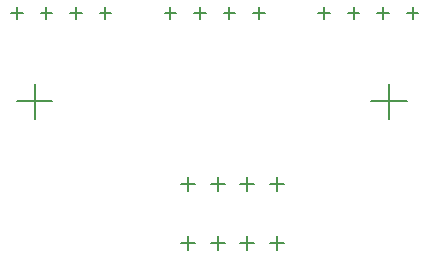
<source format=gbr>
%TF.GenerationSoftware,Altium Limited,Altium Designer,23.3.1 (30)*%
G04 Layer_Color=128*
%FSLAX45Y45*%
%MOMM*%
%TF.SameCoordinates,B976926E-EB95-44A8-8F59-24342913D157*%
%TF.FilePolarity,Positive*%
%TF.FileFunction,Drillmap*%
%TF.Part,Single*%
G01*
G75*
%TA.AperFunction,NonConductor*%
%ADD24C,0.12700*%
D24*
X200000Y1500000D02*
X500000D01*
X350000Y1350000D02*
Y1650000D01*
X3200000Y1500000D02*
X3500000D01*
X3350000Y1350000D02*
Y1650000D01*
X3499999Y2250002D02*
X3599999D01*
X3549999Y2200002D02*
Y2300002D01*
X3250002Y2250002D02*
X3350002D01*
X3300002Y2200002D02*
Y2300002D01*
X3000000Y2250002D02*
X3100000D01*
X3050000Y2200002D02*
Y2300002D01*
X2749998Y2250002D02*
X2849998D01*
X2799998Y2200002D02*
Y2300002D01*
X2200002Y2250002D02*
X2300002D01*
X2250002Y2200002D02*
Y2300002D01*
X1950000Y2250002D02*
X2050000D01*
X2000000Y2200002D02*
Y2300002D01*
X1699998Y2250002D02*
X1799998D01*
X1749998Y2200002D02*
Y2300002D01*
X1450001Y2250002D02*
X1550001D01*
X1500001Y2200002D02*
Y2300002D01*
X899999Y2250002D02*
X999999D01*
X949999Y2200002D02*
Y2300002D01*
X650003Y2250002D02*
X750002D01*
X700002Y2200002D02*
Y2300002D01*
X400000Y2250002D02*
X500000D01*
X450000Y2200002D02*
Y2300002D01*
X149998Y2250002D02*
X249998D01*
X199998Y2200002D02*
Y2300002D01*
X2339999Y800002D02*
X2459999D01*
X2399999Y740002D02*
Y860002D01*
X2090002Y800002D02*
X2210002D01*
X2150002Y740002D02*
Y860002D01*
X1840000Y800002D02*
X1960000D01*
X1900000Y740002D02*
Y860002D01*
X1589998Y800002D02*
X1709998D01*
X1649998Y740002D02*
Y860002D01*
X2339999Y299998D02*
X2459999D01*
X2399999Y239998D02*
Y359998D01*
X2090002Y299998D02*
X2210002D01*
X2150002Y239998D02*
Y359998D01*
X1840000Y299998D02*
X1960000D01*
X1900000Y239998D02*
Y359998D01*
X1589998Y299998D02*
X1709998D01*
X1649998Y239998D02*
Y359998D01*
%TF.MD5,3da098abe4e9a54664d84ccdb14cea29*%
M02*

</source>
